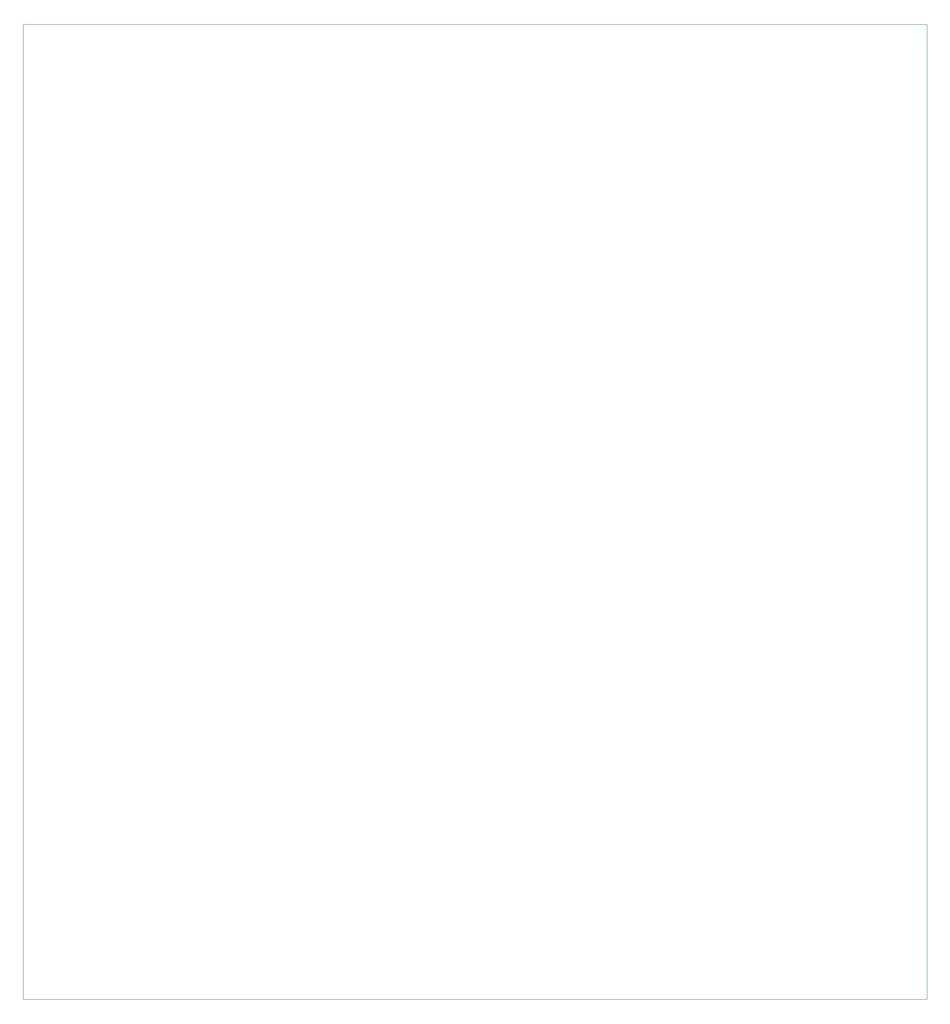
<source format=gbr>
%TF.GenerationSoftware,KiCad,Pcbnew,(6.0.7-1)-1*%
%TF.CreationDate,2022-12-02T15:51:39+01:00*%
%TF.ProjectId,8x8,3878382e-6b69-4636-9164-5f7063625858,rev?*%
%TF.SameCoordinates,Original*%
%TF.FileFunction,Profile,NP*%
%FSLAX46Y46*%
G04 Gerber Fmt 4.6, Leading zero omitted, Abs format (unit mm)*
G04 Created by KiCad (PCBNEW (6.0.7-1)-1) date 2022-12-02 15:51:39*
%MOMM*%
%LPD*%
G01*
G04 APERTURE LIST*
%TA.AperFunction,Profile*%
%ADD10C,0.100000*%
%TD*%
G04 APERTURE END LIST*
D10*
X17000000Y-219100000D02*
X193000000Y-219100000D01*
X193000000Y-219100000D02*
X193000000Y-29500000D01*
X193000000Y-29500000D02*
X17000000Y-29500000D01*
X17000000Y-29500000D02*
X17000000Y-219100000D01*
M02*

</source>
